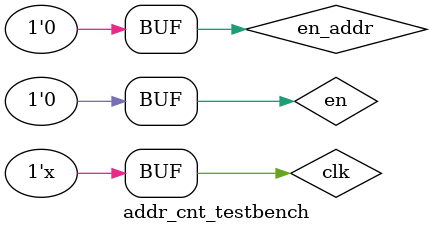
<source format=v>
module addr_cnt(clk, en, en_addr, syn_addr);
	input clk, en, en_addr; // single bit inputsL: clock
	output reg [4:0] syn_addr; // 5 bit address
	initial begin
		syn_addr = 5'b00000; 
	end
	
		always @ (posedge clk)
				if(en && en_addr)
						syn_addr = syn_addr + 1;
						
endmodule


module addr_cnt_testbench();
	wire [4:0] syn_addr;
	reg clk, en, en_addr;
	
	addr_cnt devicetest  (.clk(clk),
						.en(en),
						.en_addr(en_addr),
						.syn_addr(syn_addr)
						  );
	initial begin
		// Initialize Inputs
		clk  = 1'b0;
		en  = 1'b0;
		en_addr  = 1'b0;
		
		#10; //wait 10 nanoseconds 
		
		en  = 1'b1;
		
		#20; 
		
		en  = 1'b0;
		en_addr  = 1'b1;
		
		#20;
		
		en  = 1'b1;
		
		
		#10
		
		en = 1'b0;
		en_addr=1'b0;
		
		#20
		
		en = 1'b1;
		en_addr=1'b1;
		
		#20
		
		en = 1'b0;
		en_addr=1'b0;
		
	end
	
	// Create a clock that switches every 10 timepoints
	always #10 clk = ~clk; 
endmodule 
</source>
